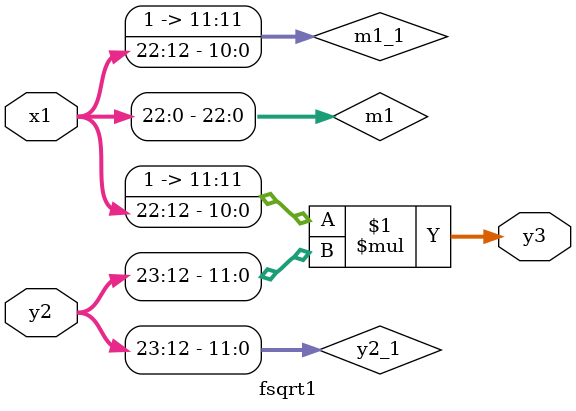
<source format=sv>
`default_nettype none

module fsqrt1(
  input wire [31:0] x1,
  input wire [23:0] y2,
  output wire [23:0] y3 );
  
  wire [22:0] m1;
  assign m1 = x1[22:0];

  wire [11:0] m1_1, y2_1;
  assign m1_1 = {1'b1, m1[22:12]};
  assign y2_1 = y2[23:12];

  assign y3 = m1_1 * y2_1;

endmodule

`default_nettype wire

</source>
